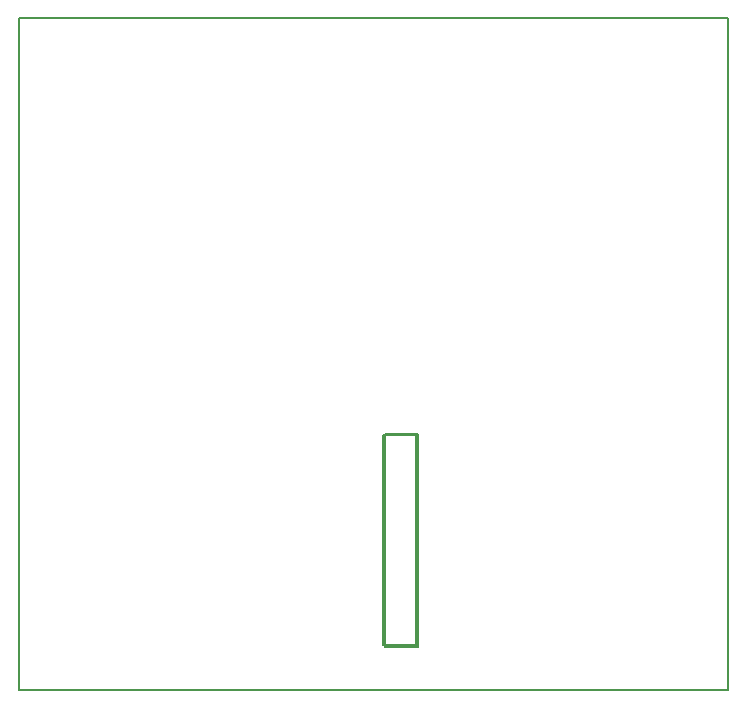
<source format=gbr>
G04 PROTEUS RS274X GERBER FILE*
%FSLAX24Y24*%
%MOIN*%
%ADD10C,0.0080*%
G54D10*
X-29996Y+105D02*
X-6353Y+105D01*
X-6353Y+22494D01*
X-29996Y+22494D01*
X-29996Y+105D01*
X-17850Y+1600D02*
X-16750Y+1600D01*
X-16750Y+8600D01*
X-17850Y+8600D01*
X-17850Y+1600D01*
X-17800Y+1550D02*
X-16700Y+1550D01*
X-16700Y+8650D01*
X-17800Y+8650D01*
X-17800Y+1550D01*
M00*

</source>
